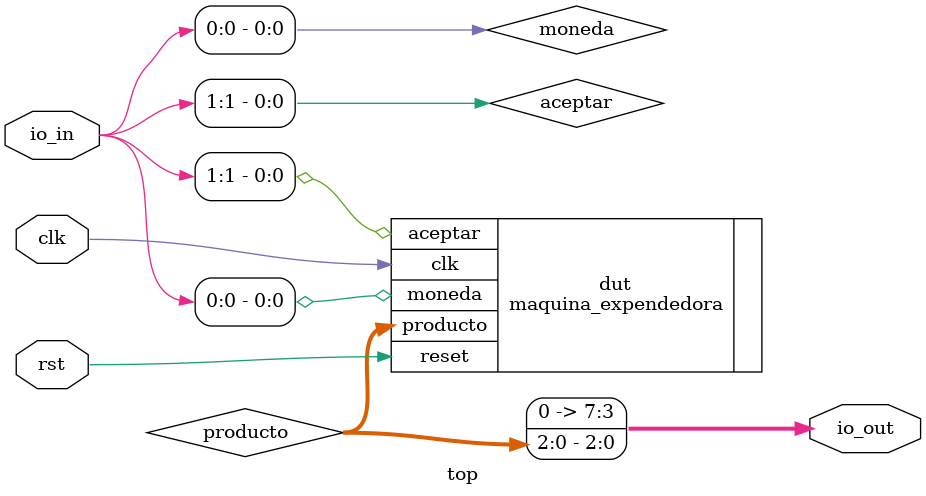
<source format=v>
module top (
    input [7:0] io_in,
    output [7:0] io_out,
    input clk,
    input rst
);

    wire moneda     = io_in[0];
    wire aceptar    = io_in[1];

    wire [2:0] producto;

    maquina_expendedora dut (
        .clk(clk),
        .reset(rst),
        .moneda(moneda),
        .aceptar(aceptar),
        .producto(producto)
    );

    assign io_out[2:0] = producto;
    assign io_out[7:3] = 5'b00000;  // No utilizados

endmodule

</source>
